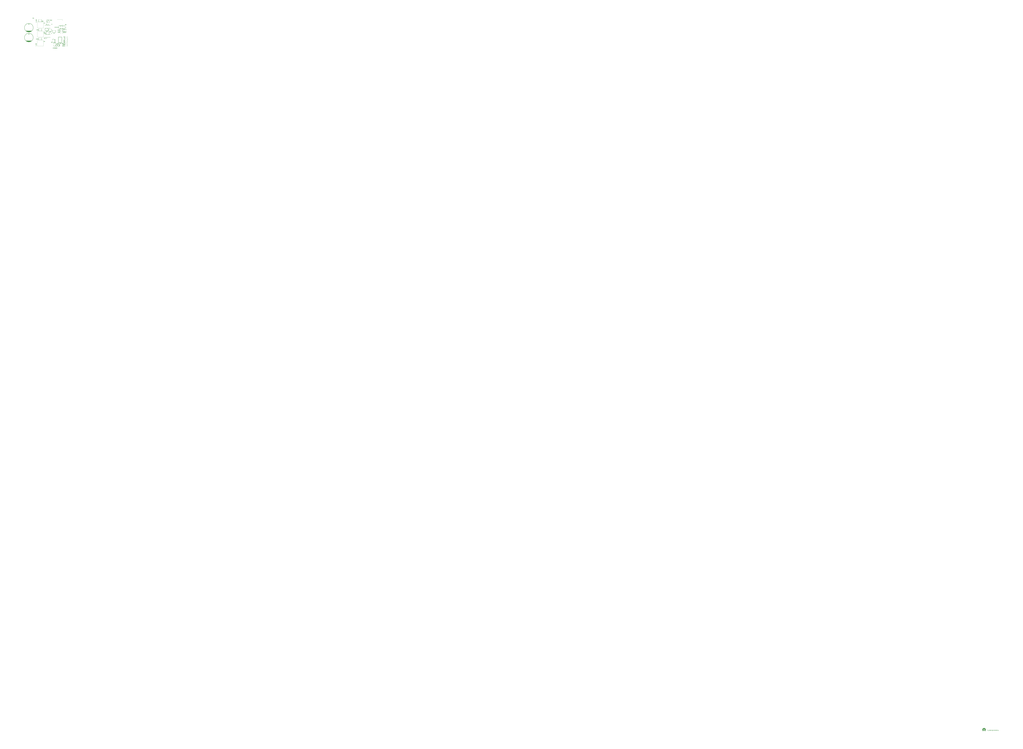
<source format=gto>
G04 Layer: TopSilkLayer*
G04 EasyEDA v5.9.41, Mon, 04 Feb 2019 09:10:30 GMT*
G04 f7da754788ad4d128d84d1fb51d08027*
G04 Gerber Generator version 0.2*
G04 Scale: 100 percent, Rotated: No, Reflected: No *
G04 Dimensions in millimeters *
G04 leading zeros omitted , absolute positions ,3 integer and 3 decimal *
%FSLAX33Y33*%
%MOMM*%
G90*
G71D02*

%ADD10C,0.200000*%
%ADD19C,0.050000*%
%ADD42C,0.127000*%
%ADD43C,0.199898*%
%ADD44C,0.101600*%
%ADD45C,0.254000*%
%ADD46C,0.119990*%
%ADD47C,0.150012*%
%ADD48C,0.210007*%

%LPD*%

%LPD*%
G36*
G01X1089035Y-779355D02*
G01X1089027Y-779396D01*
G01X1089013Y-779465D01*
G01X1088996Y-779553D01*
G01X1088978Y-779649D01*
G01X1088933Y-779887D01*
G01X1088759Y-779961D01*
G01X1088688Y-779989D01*
G01X1088624Y-780013D01*
G01X1088574Y-780029D01*
G01X1088545Y-780034D01*
G01X1088512Y-780022D01*
G01X1088452Y-779990D01*
G01X1088372Y-779941D01*
G01X1088283Y-779882D01*
G01X1088195Y-779823D01*
G01X1088119Y-779774D01*
G01X1088065Y-779742D01*
G01X1088039Y-779730D01*
G01X1088013Y-779746D01*
G01X1087963Y-779791D01*
G01X1087896Y-779854D01*
G01X1087821Y-779927D01*
G01X1087748Y-780001D01*
G01X1087685Y-780068D01*
G01X1087641Y-780118D01*
G01X1087624Y-780144D01*
G01X1087636Y-780169D01*
G01X1087669Y-780224D01*
G01X1087718Y-780300D01*
G01X1087777Y-780390D01*
G01X1087836Y-780480D01*
G01X1087884Y-780557D01*
G01X1087917Y-780614D01*
G01X1087929Y-780642D01*
G01X1087922Y-780669D01*
G01X1087902Y-780719D01*
G01X1087874Y-780785D01*
G01X1087842Y-780858D01*
G01X1087808Y-780930D01*
G01X1087778Y-780991D01*
G01X1087755Y-781034D01*
G01X1087743Y-781050D01*
G01X1087720Y-781054D01*
G01X1087670Y-781062D01*
G01X1087599Y-781075D01*
G01X1087518Y-781089D01*
G01X1087433Y-781105D01*
G01X1087355Y-781120D01*
G01X1087291Y-781132D01*
G01X1087250Y-781140D01*
G01X1087218Y-781154D01*
G01X1087200Y-781193D01*
G01X1087194Y-781284D01*
G01X1087193Y-781456D01*
G01X1087194Y-781616D01*
G01X1087200Y-781709D01*
G01X1087214Y-781755D01*
G01X1087237Y-781771D01*
G01X1087273Y-781780D01*
G01X1087337Y-781793D01*
G01X1087421Y-781809D01*
G01X1087515Y-781826D01*
G01X1087748Y-781868D01*
G01X1087836Y-782087D01*
G01X1087923Y-782306D01*
G01X1087774Y-782528D01*
G01X1087716Y-782616D01*
G01X1087668Y-782691D01*
G01X1087636Y-782745D01*
G01X1087624Y-782771D01*
G01X1087641Y-782797D01*
G01X1087686Y-782847D01*
G01X1087749Y-782914D01*
G01X1087822Y-782988D01*
G01X1087897Y-783061D01*
G01X1087964Y-783123D01*
G01X1088015Y-783167D01*
G01X1088041Y-783184D01*
G01X1088067Y-783173D01*
G01X1088119Y-783142D01*
G01X1088192Y-783096D01*
G01X1088276Y-783039D01*
G01X1088489Y-782895D01*
G01X1088606Y-782952D01*
G01X1088652Y-782973D01*
G01X1088690Y-782990D01*
G01X1088717Y-782999D01*
G01X1088728Y-783001D01*
G01X1088734Y-782990D01*
G01X1088746Y-782960D01*
G01X1088766Y-782915D01*
G01X1088791Y-782855D01*
G01X1088821Y-782783D01*
G01X1088856Y-782700D01*
G01X1088893Y-782610D01*
G01X1088934Y-782513D01*
G01X1089133Y-782033D01*
G01X1089072Y-781993D01*
G01X1089020Y-781956D01*
G01X1088974Y-781920D01*
G01X1088932Y-781882D01*
G01X1088896Y-781844D01*
G01X1088865Y-781804D01*
G01X1088838Y-781763D01*
G01X1088816Y-781720D01*
G01X1088798Y-781675D01*
G01X1088784Y-781627D01*
G01X1088775Y-781577D01*
G01X1088770Y-781524D01*
G01X1088768Y-781468D01*
G01X1088771Y-781405D01*
G01X1088780Y-781345D01*
G01X1088793Y-781287D01*
G01X1088812Y-781231D01*
G01X1088836Y-781179D01*
G01X1088864Y-781130D01*
G01X1088896Y-781085D01*
G01X1088933Y-781043D01*
G01X1088973Y-781006D01*
G01X1089017Y-780972D01*
G01X1089064Y-780943D01*
G01X1089115Y-780919D01*
G01X1089168Y-780899D01*
G01X1089224Y-780885D01*
G01X1089283Y-780876D01*
G01X1089344Y-780873D01*
G01X1089407Y-780876D01*
G01X1089468Y-780884D01*
G01X1089526Y-780898D01*
G01X1089582Y-780916D01*
G01X1089634Y-780940D01*
G01X1089683Y-780969D01*
G01X1089728Y-781002D01*
G01X1089769Y-781039D01*
G01X1089806Y-781081D01*
G01X1089839Y-781126D01*
G01X1089868Y-781175D01*
G01X1089892Y-781227D01*
G01X1089911Y-781283D01*
G01X1089925Y-781341D01*
G01X1089933Y-781403D01*
G01X1089936Y-781466D01*
G01X1089934Y-781523D01*
G01X1089928Y-781576D01*
G01X1089919Y-781627D01*
G01X1089905Y-781674D01*
G01X1089888Y-781720D01*
G01X1089865Y-781763D01*
G01X1089839Y-781804D01*
G01X1089807Y-781844D01*
G01X1089771Y-781882D01*
G01X1089730Y-781920D01*
G01X1089683Y-781956D01*
G01X1089632Y-781992D01*
G01X1089571Y-782032D01*
G01X1089769Y-782513D01*
G01X1089809Y-782610D01*
G01X1089847Y-782700D01*
G01X1089881Y-782782D01*
G01X1089911Y-782855D01*
G01X1089936Y-782914D01*
G01X1089956Y-782960D01*
G01X1089969Y-782990D01*
G01X1089974Y-783001D01*
G01X1089986Y-782999D01*
G01X1090013Y-782990D01*
G01X1090052Y-782973D01*
G01X1090097Y-782952D01*
G01X1090214Y-782895D01*
G01X1090427Y-783039D01*
G01X1090512Y-783096D01*
G01X1090584Y-783142D01*
G01X1090637Y-783173D01*
G01X1090663Y-783184D01*
G01X1090689Y-783167D01*
G01X1090740Y-783123D01*
G01X1090807Y-783060D01*
G01X1090881Y-782987D01*
G01X1090955Y-782913D01*
G01X1091018Y-782846D01*
G01X1091062Y-782796D01*
G01X1091079Y-782770D01*
G01X1091067Y-782745D01*
G01X1091035Y-782691D01*
G01X1090987Y-782616D01*
G01X1090929Y-782528D01*
G01X1090780Y-782306D01*
G01X1090868Y-782087D01*
G01X1090955Y-781868D01*
G01X1091189Y-781826D01*
G01X1091283Y-781809D01*
G01X1091366Y-781793D01*
G01X1091431Y-781780D01*
G01X1091466Y-781771D01*
G01X1091490Y-781755D01*
G01X1091503Y-781709D01*
G01X1091509Y-781616D01*
G01X1091511Y-781456D01*
G01X1091510Y-781284D01*
G01X1091503Y-781193D01*
G01X1091486Y-781154D01*
G01X1091454Y-781140D01*
G01X1091412Y-781132D01*
G01X1091348Y-781120D01*
G01X1091270Y-781105D01*
G01X1091186Y-781089D01*
G01X1091104Y-781075D01*
G01X1091034Y-781062D01*
G01X1090983Y-781054D01*
G01X1090960Y-781050D01*
G01X1090948Y-781034D01*
G01X1090925Y-780991D01*
G01X1090895Y-780930D01*
G01X1090862Y-780858D01*
G01X1090829Y-780785D01*
G01X1090801Y-780719D01*
G01X1090781Y-780669D01*
G01X1090774Y-780642D01*
G01X1090786Y-780614D01*
G01X1090819Y-780557D01*
G01X1090867Y-780480D01*
G01X1090926Y-780390D01*
G01X1090986Y-780300D01*
G01X1091034Y-780224D01*
G01X1091067Y-780169D01*
G01X1091079Y-780143D01*
G01X1091062Y-780117D01*
G01X1091018Y-780067D01*
G01X1090955Y-780000D01*
G01X1090881Y-779926D01*
G01X1090807Y-779853D01*
G01X1090740Y-779790D01*
G01X1090689Y-779746D01*
G01X1090663Y-779730D01*
G01X1090638Y-779742D01*
G01X1090584Y-779774D01*
G01X1090508Y-779823D01*
G01X1090420Y-779882D01*
G01X1090331Y-779941D01*
G01X1090252Y-779990D01*
G01X1090191Y-780022D01*
G01X1090158Y-780034D01*
G01X1090129Y-780029D01*
G01X1090079Y-780013D01*
G01X1090015Y-779989D01*
G01X1089945Y-779961D01*
G01X1089771Y-779887D01*
G01X1089726Y-779649D01*
G01X1089707Y-779553D01*
G01X1089690Y-779465D01*
G01X1089676Y-779396D01*
G01X1089668Y-779355D01*
G01X1089655Y-779323D01*
G01X1089616Y-779306D01*
G01X1089524Y-779299D01*
G01X1089352Y-779298D01*
G01X1089180Y-779299D01*
G01X1089088Y-779306D01*
G01X1089048Y-779323D01*
G01X1089035Y-779355D01*
G37*

%LPD*%
G54D42*
G01X20840Y10772D02*
G01X14490Y10772D01*
G01X14490Y13820D02*
G01X20840Y13820D01*
G01X20840Y21186D02*
G01X14490Y21186D01*
G01X14490Y24234D02*
G01X20840Y24234D01*
G54D43*
G01X8433Y30685D02*
G01X7114Y30685D01*
G01X7114Y28615D01*
G01X8433Y28615D01*
G01X9565Y30685D02*
G01X10886Y30685D01*
G01X10886Y28615D01*
G01X9565Y28615D01*
G54D44*
G01X12885Y21442D02*
G01X5844Y21442D01*
G01X5844Y28338D01*
G01X12057Y28354D01*
G01X12055Y28354D01*
G01X12911Y21488D02*
G01X12911Y27548D01*
G01X12065Y28348D01*
G54D43*
G01X23218Y6129D02*
G01X23218Y4810D01*
G01X25288Y4810D01*
G01X25288Y6129D01*
G01X23218Y7261D02*
G01X23218Y8582D01*
G01X25288Y8582D01*
G01X25288Y7261D01*
G01X8473Y20269D02*
G01X7155Y20269D01*
G01X7155Y18199D01*
G01X8473Y18199D01*
G01X9606Y20269D02*
G01X10927Y20269D01*
G01X10927Y18199D01*
G01X9606Y18199D01*
G54D44*
G01X12903Y11021D02*
G01X5862Y11021D01*
G01X5862Y17917D01*
G01X12075Y17932D01*
G01X12072Y17932D01*
G01X12928Y11066D02*
G01X12928Y17127D01*
G01X12083Y17927D01*
G54D43*
G01X8476Y9900D02*
G01X7158Y9900D01*
G01X7158Y7830D01*
G01X8476Y7830D01*
G01X9609Y9900D02*
G01X10929Y9900D01*
G01X10929Y7830D01*
G01X9609Y7830D01*
G54D44*
G01X12903Y734D02*
G01X5862Y734D01*
G01X5862Y7630D01*
G01X12075Y7645D01*
G01X12072Y7645D01*
G01X12928Y779D02*
G01X12928Y6840D01*
G01X12083Y7640D01*
G54D43*
G01X32883Y20139D02*
G01X31564Y20139D01*
G01X31564Y18069D01*
G01X32883Y18069D01*
G01X34015Y20139D02*
G01X35336Y20139D01*
G01X35336Y18069D01*
G01X34015Y18069D01*
G01X32883Y17838D02*
G01X31564Y17838D01*
G01X31564Y15768D01*
G01X32883Y15768D01*
G01X34015Y17838D02*
G01X35336Y17838D01*
G01X35336Y15768D01*
G01X34015Y15768D01*
G01X35222Y21628D02*
G01X35222Y20309D01*
G01X37292Y20309D01*
G01X37292Y21628D01*
G01X35222Y22760D02*
G01X35222Y24081D01*
G01X37292Y24081D01*
G01X37292Y22760D01*
G54D10*
G01X38956Y18204D02*
G01X38956Y17101D01*
G01X37356Y17101D01*
G01X37356Y18204D01*
G01X38956Y19001D02*
G01X38956Y20104D01*
G01X37955Y20104D01*
G01X37356Y20104D01*
G01X37356Y19001D01*
G01X37152Y18204D02*
G01X37152Y17101D01*
G01X35552Y17101D01*
G01X35552Y18204D01*
G01X37152Y19001D02*
G01X37152Y20104D01*
G01X36152Y20104D01*
G01X35552Y20104D01*
G01X35552Y19001D01*
G54D43*
G01X26794Y2972D02*
G01X26794Y4290D01*
G01X24724Y4290D01*
G01X24724Y2972D01*
G01X26794Y1839D02*
G01X26794Y519D01*
G01X24724Y519D01*
G01X24724Y1839D01*
G54D45*
G01X28729Y2617D02*
G01X27180Y2617D01*
G01X27180Y585D01*
G01X28729Y585D01*
G01X29516Y2642D02*
G01X30990Y2642D01*
G01X31396Y2236D01*
G01X31396Y966D01*
G01X31015Y585D01*
G01X29491Y585D01*
G01X28955Y2101D02*
G01X28955Y1101D01*
G01X28955Y1101D01*
G01X29455Y1601D01*
G01X29455Y1601D01*
G01X28955Y2101D01*
G01X31155Y2401D02*
G01X31155Y801D01*
G54D43*
G01X17185Y16436D02*
G01X15867Y16436D01*
G01X15867Y14366D01*
G01X17185Y14366D01*
G01X18318Y16436D02*
G01X19639Y16436D01*
G01X19639Y14366D01*
G01X18318Y14366D01*
G54D45*
G01X33828Y11036D02*
G01X33828Y4434D01*
G01X29941Y11036D02*
G01X29941Y4406D01*
G01X33828Y11036D02*
G01X29941Y11036D01*
G01X33828Y4406D02*
G01X32456Y4406D01*
G01X31338Y4406D02*
G01X29941Y4406D01*
G54D43*
G01X19985Y19837D02*
G01X18666Y19837D01*
G01X18666Y17767D01*
G01X19985Y17767D01*
G01X21117Y19837D02*
G01X22438Y19837D01*
G01X22438Y17767D01*
G01X21117Y17767D01*
G54D45*
G01X-3842Y14973D02*
G01X-3842Y13957D01*
G01X-3080Y14465D02*
G01X-4604Y14465D01*
G01X-3842Y26273D02*
G01X-3842Y25257D01*
G01X-3080Y25765D02*
G01X-4604Y25765D01*
G54D43*
G01X15984Y20538D02*
G01X14666Y20538D01*
G01X14666Y18468D01*
G01X15984Y18468D01*
G01X17117Y20538D02*
G01X18438Y20538D01*
G01X18438Y18468D01*
G01X17117Y18468D01*
G54D46*
G01X30757Y24290D02*
G01X34516Y24290D01*
G01X34516Y25552D01*
G01X28506Y31112D02*
G01X34516Y31112D01*
G01X34516Y29850D01*
G54D43*
G01X32923Y21630D02*
G01X32923Y20309D01*
G01X34993Y20309D01*
G01X34993Y21630D01*
G01X32923Y22760D02*
G01X32923Y24081D01*
G01X34993Y24081D01*
G01X34993Y22760D01*
G01X30622Y21630D02*
G01X30622Y20309D01*
G01X32692Y20309D01*
G01X32692Y21630D01*
G01X30622Y22760D02*
G01X30622Y24081D01*
G01X32692Y24081D01*
G01X32692Y22760D01*
G01X25527Y16365D02*
G01X26845Y16365D01*
G01X26845Y18435D01*
G01X25527Y18435D01*
G01X24394Y16365D02*
G01X23073Y16365D01*
G01X23073Y18435D01*
G01X24394Y18435D01*
G54D47*
G01X35974Y11602D02*
G01X36321Y11602D01*
G01X36131Y11348D01*
G01X36228Y11348D01*
G01X36291Y11315D01*
G01X36321Y11284D01*
G01X36355Y11188D01*
G01X36355Y11124D01*
G01X36321Y11030D01*
G01X36258Y10967D01*
G01X36164Y10934D01*
G01X36067Y10934D01*
G01X35974Y10967D01*
G01X35940Y10997D01*
G01X35907Y11061D01*
G01X36565Y11602D02*
G01X36819Y10934D01*
G01X37073Y11602D02*
G01X36819Y10934D01*
G01X37348Y11602D02*
G01X37696Y11602D01*
G01X37505Y11348D01*
G01X37602Y11348D01*
G01X37665Y11315D01*
G01X37696Y11284D01*
G01X37729Y11188D01*
G01X37729Y11124D01*
G01X37696Y11030D01*
G01X37632Y10967D01*
G01X37538Y10934D01*
G01X37442Y10934D01*
G01X37348Y10967D01*
G01X37315Y10997D01*
G01X37284Y11061D01*
G01X36626Y10284D02*
G01X36626Y9616D01*
G01X36626Y10284D02*
G01X36913Y10284D01*
G01X37010Y10251D01*
G01X37040Y10220D01*
G01X37073Y10157D01*
G01X37073Y10093D01*
G01X37040Y10030D01*
G01X37010Y9997D01*
G01X36913Y9966D01*
G01X36626Y9966D01*
G01X36850Y9966D02*
G01X37073Y9616D01*
G01X37282Y10284D02*
G01X37729Y9616D01*
G01X37729Y10284D02*
G01X37282Y9616D01*
G01X36850Y8983D02*
G01X36850Y8315D01*
G01X36626Y8983D02*
G01X37073Y8983D01*
G01X37282Y8983D02*
G01X37729Y8315D01*
G01X37729Y8983D02*
G01X37282Y8315D01*
G01X36451Y7589D02*
G01X36388Y7653D01*
G01X36291Y7683D01*
G01X36164Y7683D01*
G01X36068Y7653D01*
G01X36004Y7589D01*
G01X36004Y7526D01*
G01X36037Y7462D01*
G01X36068Y7429D01*
G01X36131Y7396D01*
G01X36324Y7332D01*
G01X36388Y7302D01*
G01X36418Y7269D01*
G01X36451Y7205D01*
G01X36451Y7112D01*
G01X36388Y7048D01*
G01X36291Y7015D01*
G01X36164Y7015D01*
G01X36068Y7048D01*
G01X36004Y7112D01*
G01X37137Y7526D02*
G01X37106Y7589D01*
G01X37043Y7653D01*
G01X36979Y7683D01*
G01X36852Y7683D01*
G01X36789Y7653D01*
G01X36723Y7589D01*
G01X36692Y7526D01*
G01X36659Y7429D01*
G01X36659Y7269D01*
G01X36692Y7175D01*
G01X36723Y7112D01*
G01X36789Y7048D01*
G01X36852Y7015D01*
G01X36979Y7015D01*
G01X37043Y7048D01*
G01X37106Y7112D01*
G01X37137Y7175D01*
G01X37348Y7683D02*
G01X37348Y7015D01*
G01X37348Y7015D02*
G01X37729Y7015D01*
G01X36354Y6302D02*
G01X36291Y6365D01*
G01X36194Y6396D01*
G01X36067Y6396D01*
G01X35971Y6365D01*
G01X35907Y6302D01*
G01X35907Y6238D01*
G01X35940Y6175D01*
G01X35971Y6142D01*
G01X36034Y6111D01*
G01X36227Y6048D01*
G01X36291Y6015D01*
G01X36321Y5984D01*
G01X36354Y5921D01*
G01X36354Y5824D01*
G01X36291Y5761D01*
G01X36194Y5728D01*
G01X36067Y5728D01*
G01X35971Y5761D01*
G01X35907Y5824D01*
G01X36563Y6396D02*
G01X36563Y5728D01*
G01X36563Y6396D02*
G01X36786Y6396D01*
G01X36883Y6365D01*
G01X36946Y6302D01*
G01X36977Y6238D01*
G01X37010Y6142D01*
G01X37010Y5984D01*
G01X36977Y5888D01*
G01X36946Y5824D01*
G01X36883Y5761D01*
G01X36786Y5728D01*
G01X36563Y5728D01*
G01X37475Y6396D02*
G01X37218Y5728D01*
G01X37475Y6396D02*
G01X37729Y5728D01*
G01X37315Y5951D02*
G01X37632Y5951D01*
G01X36418Y4925D02*
G01X36388Y4988D01*
G01X36324Y5052D01*
G01X36261Y5085D01*
G01X36134Y5085D01*
G01X36068Y5052D01*
G01X36004Y4988D01*
G01X35974Y4925D01*
G01X35941Y4828D01*
G01X35941Y4671D01*
G01X35974Y4574D01*
G01X36004Y4511D01*
G01X36068Y4447D01*
G01X36134Y4417D01*
G01X36261Y4417D01*
G01X36324Y4447D01*
G01X36388Y4511D01*
G01X36418Y4574D01*
G01X36418Y4671D01*
G01X36261Y4671D02*
G01X36418Y4671D01*
G01X36629Y5085D02*
G01X36629Y4417D01*
G01X36629Y5085D02*
G01X37073Y4417D01*
G01X37073Y5085D02*
G01X37073Y4417D01*
G01X37284Y5085D02*
G01X37284Y4417D01*
G01X37284Y5085D02*
G01X37508Y5085D01*
G01X37602Y5052D01*
G01X37665Y4988D01*
G01X37698Y4925D01*
G01X37729Y4828D01*
G01X37729Y4671D01*
G01X37698Y4574D01*
G01X37665Y4511D01*
G01X37602Y4447D01*
G01X37508Y4417D01*
G01X37284Y4417D01*
G01X34068Y3802D02*
G01X34068Y3134D01*
G01X34068Y3802D02*
G01X34355Y3802D01*
G01X34452Y3769D01*
G01X34482Y3738D01*
G01X34515Y3675D01*
G01X34515Y3578D01*
G01X34482Y3515D01*
G01X34452Y3482D01*
G01X34355Y3451D01*
G01X34068Y3451D01*
G01X34724Y3802D02*
G01X34884Y3134D01*
G01X35044Y3802D02*
G01X34884Y3134D01*
G01X35044Y3802D02*
G01X35201Y3134D01*
G01X35361Y3802D02*
G01X35201Y3134D01*
G01X35572Y3802D02*
G01X35572Y3134D01*
G01X35572Y3802D02*
G01X35826Y3134D01*
G01X36080Y3802D02*
G01X35826Y3134D01*
G01X36080Y3802D02*
G01X36080Y3134D01*
G01X36291Y2910D02*
G01X36862Y2910D01*
G01X37073Y3802D02*
G01X37073Y3134D01*
G01X37284Y3802D02*
G01X37284Y3134D01*
G01X37284Y3802D02*
G01X37729Y3134D01*
G01X37729Y3802D02*
G01X37729Y3134D01*
G01X35298Y2508D02*
G01X35234Y2571D01*
G01X35138Y2602D01*
G01X35011Y2602D01*
G01X34914Y2571D01*
G01X34851Y2508D01*
G01X34851Y2444D01*
G01X34884Y2381D01*
G01X34914Y2348D01*
G01X34978Y2317D01*
G01X35171Y2254D01*
G01X35234Y2221D01*
G01X35265Y2190D01*
G01X35298Y2124D01*
G01X35298Y2030D01*
G01X35234Y1967D01*
G01X35138Y1934D01*
G01X35011Y1934D01*
G01X34914Y1967D01*
G01X34851Y2030D01*
G01X35506Y2602D02*
G01X35666Y1934D01*
G01X35826Y2602D02*
G01X35666Y1934D01*
G01X35826Y2602D02*
G01X35984Y1934D01*
G01X36144Y2602D02*
G01X35984Y1934D01*
G01X36354Y2602D02*
G01X36354Y1934D01*
G01X36354Y2602D02*
G01X36575Y2602D01*
G01X36672Y2571D01*
G01X36735Y2508D01*
G01X36766Y2444D01*
G01X36799Y2348D01*
G01X36799Y2190D01*
G01X36766Y2094D01*
G01X36735Y2030D01*
G01X36672Y1967D01*
G01X36575Y1934D01*
G01X36354Y1934D01*
G01X37010Y2602D02*
G01X37010Y1934D01*
G01X37411Y2602D02*
G01X37345Y2571D01*
G01X37282Y2508D01*
G01X37251Y2444D01*
G01X37218Y2348D01*
G01X37218Y2190D01*
G01X37251Y2094D01*
G01X37282Y2030D01*
G01X37345Y1967D01*
G01X37411Y1934D01*
G01X37538Y1934D01*
G01X37602Y1967D01*
G01X37665Y2030D01*
G01X37696Y2094D01*
G01X37729Y2190D01*
G01X37729Y2348D01*
G01X37696Y2444D01*
G01X37665Y2508D01*
G01X37602Y2571D01*
G01X37538Y2602D01*
G01X37411Y2602D01*
G01X34947Y1088D02*
G01X34884Y1151D01*
G01X34790Y1182D01*
G01X34663Y1182D01*
G01X34566Y1151D01*
G01X34503Y1088D01*
G01X34503Y1024D01*
G01X34536Y958D01*
G01X34566Y928D01*
G01X34630Y895D01*
G01X34820Y831D01*
G01X34884Y801D01*
G01X34917Y768D01*
G01X34947Y704D01*
G01X34947Y610D01*
G01X34884Y547D01*
G01X34790Y514D01*
G01X34663Y514D01*
G01X34566Y547D01*
G01X34503Y610D01*
G01X35158Y1182D02*
G01X35318Y514D01*
G01X35476Y1182D02*
G01X35318Y514D01*
G01X35476Y1182D02*
G01X35636Y514D01*
G01X35796Y1182D02*
G01X35636Y514D01*
G01X36481Y1024D02*
G01X36451Y1088D01*
G01X36387Y1151D01*
G01X36324Y1182D01*
G01X36194Y1182D01*
G01X36131Y1151D01*
G01X36067Y1088D01*
G01X36037Y1024D01*
G01X36004Y928D01*
G01X36004Y768D01*
G01X36037Y674D01*
G01X36067Y610D01*
G01X36131Y547D01*
G01X36194Y514D01*
G01X36324Y514D01*
G01X36387Y547D01*
G01X36451Y610D01*
G01X36481Y674D01*
G01X36692Y1182D02*
G01X36692Y514D01*
G01X36692Y514D02*
G01X37073Y514D01*
G01X37284Y1182D02*
G01X37284Y514D01*
G01X37729Y1182D02*
G01X37284Y737D01*
G01X37442Y895D02*
G01X37729Y514D01*
G01X22155Y26102D02*
G01X22155Y25487D01*
G01X22196Y25365D01*
G01X22277Y25284D01*
G01X22399Y25241D01*
G01X22480Y25241D01*
G01X22605Y25284D01*
G01X22686Y25365D01*
G01X22727Y25487D01*
G01X22727Y26102D01*
G01X21955Y15602D02*
G01X22283Y14743D01*
G01X22611Y15602D02*
G01X22283Y14743D01*
G01X21755Y5494D02*
G01X21961Y4632D01*
G01X22164Y5494D02*
G01X21961Y4632D01*
G01X22164Y5494D02*
G01X22370Y4632D01*
G01X22573Y5494D02*
G01X22370Y4632D01*
G01X5114Y31002D02*
G01X4255Y31002D01*
G01X5114Y31002D02*
G01X5114Y30633D01*
G01X5073Y30512D01*
G01X5033Y30471D01*
G01X4951Y30430D01*
G01X4868Y30430D01*
G01X4786Y30471D01*
G01X4746Y30512D01*
G01X4705Y30633D01*
G01X4705Y31002D02*
G01X4705Y30633D01*
G01X4664Y30512D01*
G01X4624Y30471D01*
G01X4543Y30430D01*
G01X4418Y30430D01*
G01X4337Y30471D01*
G01X4296Y30512D01*
G01X4255Y30633D01*
G01X4255Y31002D01*
G01X5114Y29831D02*
G01X4255Y30158D01*
G01X5114Y29831D02*
G01X4255Y29506D01*
G01X4543Y30037D02*
G01X4543Y29628D01*
G01X5114Y28947D02*
G01X4255Y28947D01*
G01X5114Y29234D02*
G01X5114Y28662D01*
G01X4992Y28022D02*
G01X4255Y28022D01*
G01X4624Y28391D02*
G01X4624Y27657D01*
G01X4914Y3702D02*
G01X4055Y3702D01*
G01X4914Y3702D02*
G01X4914Y3333D01*
G01X4873Y3212D01*
G01X4833Y3171D01*
G01X4749Y3130D01*
G01X4668Y3130D01*
G01X4586Y3171D01*
G01X4546Y3212D01*
G01X4505Y3333D01*
G01X4505Y3702D02*
G01X4505Y3333D01*
G01X4464Y3212D01*
G01X4424Y3171D01*
G01X4340Y3130D01*
G01X4218Y3130D01*
G01X4137Y3171D01*
G01X4096Y3212D01*
G01X4055Y3333D01*
G01X4055Y3702D01*
G01X4914Y2533D02*
G01X4055Y2858D01*
G01X4914Y2533D02*
G01X4055Y2206D01*
G01X4340Y2737D02*
G01X4340Y2328D01*
G01X4914Y1649D02*
G01X4055Y1649D01*
G01X4914Y1934D02*
G01X4914Y1362D01*
G01X4424Y1093D02*
G01X4424Y357D01*
G54D48*
G01X1093353Y-781440D02*
G01X1093353Y-782586D01*
G01X1093353Y-782586D02*
G01X1094009Y-782586D01*
G01X1094423Y-781824D02*
G01X1094750Y-782586D01*
G01X1095078Y-781824D02*
G01X1094750Y-782586D01*
G01X1094641Y-782804D01*
G01X1094532Y-782914D01*
G01X1094423Y-782969D01*
G01X1094367Y-782969D01*
G01X1096038Y-781986D02*
G01X1095982Y-781877D01*
G01X1095820Y-781824D01*
G01X1095655Y-781824D01*
G01X1095492Y-781877D01*
G01X1095436Y-781986D01*
G01X1095492Y-782096D01*
G01X1095601Y-782149D01*
G01X1095873Y-782205D01*
G01X1095982Y-782258D01*
G01X1096038Y-782367D01*
G01X1096038Y-782423D01*
G01X1095982Y-782533D01*
G01X1095820Y-782586D01*
G01X1095655Y-782586D01*
G01X1095492Y-782533D01*
G01X1095436Y-782423D01*
G01X1096396Y-782149D02*
G01X1097052Y-782149D01*
G01X1097052Y-782042D01*
G01X1096996Y-781933D01*
G01X1096942Y-781877D01*
G01X1096833Y-781824D01*
G01X1096671Y-781824D01*
G01X1096561Y-781877D01*
G01X1096452Y-781986D01*
G01X1096396Y-782149D01*
G01X1096396Y-782258D01*
G01X1096452Y-782423D01*
G01X1096561Y-782533D01*
G01X1096671Y-782586D01*
G01X1096833Y-782586D01*
G01X1096942Y-782533D01*
G01X1097052Y-782423D01*
G01X1097412Y-781824D02*
G01X1097412Y-782586D01*
G01X1097412Y-782149D02*
G01X1097466Y-781986D01*
G01X1097575Y-781877D01*
G01X1097684Y-781824D01*
G01X1097849Y-781824D01*
G01X1098863Y-781824D02*
G01X1098863Y-782695D01*
G01X1098807Y-782860D01*
G01X1098753Y-782914D01*
G01X1098644Y-782969D01*
G01X1098482Y-782969D01*
G01X1098372Y-782914D01*
G01X1098863Y-781986D02*
G01X1098753Y-781877D01*
G01X1098644Y-781824D01*
G01X1098482Y-781824D01*
G01X1098372Y-781877D01*
G01X1098263Y-781986D01*
G01X1098207Y-782149D01*
G01X1098207Y-782258D01*
G01X1098263Y-782423D01*
G01X1098372Y-782533D01*
G01X1098482Y-782586D01*
G01X1098644Y-782586D01*
G01X1098753Y-782533D01*
G01X1098863Y-782423D01*
G01X1099223Y-781440D02*
G01X1099277Y-781496D01*
G01X1099332Y-781440D01*
G01X1099277Y-781387D01*
G01X1099223Y-781440D01*
G01X1099277Y-781824D02*
G01X1099277Y-782586D01*
G01X1100346Y-781986D02*
G01X1100237Y-781877D01*
G01X1100127Y-781824D01*
G01X1099965Y-781824D01*
G01X1099856Y-781877D01*
G01X1099746Y-781986D01*
G01X1099691Y-782149D01*
G01X1099691Y-782258D01*
G01X1099746Y-782423D01*
G01X1099856Y-782533D01*
G01X1099965Y-782586D01*
G01X1100127Y-782586D01*
G01X1100237Y-782533D01*
G01X1100346Y-782423D01*
G01X1100707Y-782149D02*
G01X1101359Y-782149D01*
G01X1101359Y-782042D01*
G01X1101306Y-781933D01*
G01X1101253Y-781877D01*
G01X1101143Y-781824D01*
G01X1100978Y-781824D01*
G01X1100869Y-781877D01*
G01X1100760Y-781986D01*
G01X1100707Y-782149D01*
G01X1100707Y-782258D01*
G01X1100760Y-782423D01*
G01X1100869Y-782533D01*
G01X1100978Y-782586D01*
G01X1101143Y-782586D01*
G01X1101253Y-782533D01*
G01X1101359Y-782423D01*
G01X1101720Y-781824D02*
G01X1101720Y-782586D01*
G01X1101720Y-782042D02*
G01X1101885Y-781877D01*
G01X1101994Y-781824D01*
G01X1102157Y-781824D01*
G01X1102266Y-781877D01*
G01X1102319Y-782042D01*
G01X1102319Y-782586D01*
G01X1102680Y-782149D02*
G01X1103335Y-782149D01*
G01X1103335Y-782042D01*
G01X1103280Y-781933D01*
G01X1103226Y-781877D01*
G01X1103117Y-781824D01*
G01X1102954Y-781824D01*
G01X1102845Y-781877D01*
G01X1102736Y-781986D01*
G01X1102680Y-782149D01*
G01X1102680Y-782258D01*
G01X1102736Y-782423D01*
G01X1102845Y-782533D01*
G01X1102954Y-782586D01*
G01X1103117Y-782586D01*
G01X1103226Y-782533D01*
G01X1103335Y-782423D01*
G01X1103696Y-781824D02*
G01X1103696Y-782586D01*
G01X1103696Y-782042D02*
G01X1103859Y-781877D01*
G01X1103968Y-781824D01*
G01X1104130Y-781824D01*
G01X1104240Y-781877D01*
G01X1104296Y-782042D01*
G01X1104296Y-782586D01*
G01X1104296Y-782042D02*
G01X1104458Y-781877D01*
G01X1104567Y-781824D01*
G01X1104732Y-781824D01*
G01X1104842Y-781877D01*
G01X1104895Y-782042D01*
G01X1104895Y-782586D01*
G01X1105309Y-781824D02*
G01X1105637Y-782586D01*
G01X1105964Y-781824D02*
G01X1105637Y-782586D01*
G01X1105527Y-782804D01*
G01X1105418Y-782914D01*
G01X1105309Y-782969D01*
G01X1105256Y-782969D01*
G54D47*
G01X16846Y30293D02*
G01X16764Y30377D01*
G01X16683Y30417D01*
G01X16559Y30417D01*
G01X16477Y30377D01*
G01X16396Y30293D01*
G01X16355Y30171D01*
G01X16355Y30090D01*
G01X16396Y29965D01*
G01X16477Y29884D01*
G01X16559Y29843D01*
G01X16683Y29843D01*
G01X16764Y29884D01*
G01X16846Y29965D01*
G01X17117Y30702D02*
G01X17117Y29843D01*
G01X17117Y30702D02*
G01X17648Y30702D01*
G01X17117Y30293D02*
G01X17442Y30293D01*
G01X18164Y30702D02*
G01X18083Y30661D01*
G01X17999Y30580D01*
G01X17958Y30498D01*
G01X17917Y30377D01*
G01X17917Y30171D01*
G01X17958Y30049D01*
G01X17999Y29965D01*
G01X18083Y29884D01*
G01X18164Y29843D01*
G01X18326Y29843D01*
G01X18408Y29884D01*
G01X18492Y29965D01*
G01X18532Y30049D01*
G01X18573Y30171D01*
G01X18573Y30377D01*
G01X18532Y30498D01*
G01X18492Y30580D01*
G01X18408Y30661D01*
G01X18326Y30702D01*
G01X18164Y30702D01*
G01X19457Y30498D02*
G01X19416Y30580D01*
G01X19332Y30661D01*
G01X19251Y30702D01*
G01X19088Y30702D01*
G01X19007Y30661D01*
G01X18923Y30580D01*
G01X18883Y30498D01*
G01X18842Y30377D01*
G01X18842Y30171D01*
G01X18883Y30049D01*
G01X18923Y29965D01*
G01X19007Y29884D01*
G01X19088Y29843D01*
G01X19251Y29843D01*
G01X19332Y29884D01*
G01X19416Y29965D01*
G01X19457Y30049D01*
G01X20356Y30702D02*
G01X20356Y29843D01*
G01X20356Y30702D02*
G01X20887Y30702D01*
G01X20356Y30293D02*
G01X20684Y30293D01*
G01X20356Y29843D02*
G01X20887Y29843D01*
G01X21730Y30580D02*
G01X21649Y30661D01*
G01X21527Y30702D01*
G01X21362Y30702D01*
G01X21240Y30661D01*
G01X21159Y30580D01*
G01X21159Y30498D01*
G01X21199Y30417D01*
G01X21240Y30377D01*
G01X21321Y30333D01*
G01X21567Y30252D01*
G01X21649Y30211D01*
G01X21689Y30171D01*
G01X21730Y30090D01*
G01X21730Y29965D01*
G01X21649Y29884D01*
G01X21527Y29843D01*
G01X21362Y29843D01*
G01X21240Y29884D01*
G01X21159Y29965D01*
G01X22614Y30498D02*
G01X22573Y30580D01*
G01X22492Y30661D01*
G01X22411Y30702D01*
G01X22246Y30702D01*
G01X22164Y30661D01*
G01X22083Y30580D01*
G01X22042Y30498D01*
G01X22002Y30377D01*
G01X22002Y30171D01*
G01X22042Y30049D01*
G01X22083Y29965D01*
G01X22164Y29884D01*
G01X22246Y29843D01*
G01X22411Y29843D01*
G01X22492Y29884D01*
G01X22573Y29965D01*
G01X22614Y30049D01*
G01X16355Y28787D02*
G01X16355Y27928D01*
G01X16355Y28787D02*
G01X16724Y28787D01*
G01X16846Y28746D01*
G01X16886Y28705D01*
G01X16927Y28624D01*
G01X16927Y28540D01*
G01X16886Y28459D01*
G01X16846Y28418D01*
G01X16724Y28378D01*
G01X16355Y28378D01*
G01X16642Y28378D02*
G01X16927Y27928D01*
G01X17199Y28256D02*
G01X17689Y28256D01*
G01X17689Y28337D01*
G01X17648Y28418D01*
G01X17608Y28459D01*
G01X17526Y28500D01*
G01X17402Y28500D01*
G01X17321Y28459D01*
G01X17239Y28378D01*
G01X17199Y28256D01*
G01X17199Y28172D01*
G01X17239Y28050D01*
G01X17321Y27969D01*
G01X17402Y27928D01*
G01X17526Y27928D01*
G01X17608Y27969D01*
G01X17689Y28050D01*
G01X17958Y28500D02*
G01X18204Y27928D01*
G01X18451Y28500D02*
G01X18204Y27928D01*
G01X19678Y28787D02*
G01X19350Y27928D01*
G01X19678Y28787D02*
G01X20005Y27928D01*
G01X19472Y28215D02*
G01X19881Y28215D01*
G01X14168Y9899D02*
G01X14127Y9980D01*
G01X14046Y10061D01*
G01X13964Y10102D01*
G01X13799Y10102D01*
G01X13718Y10061D01*
G01X13637Y9980D01*
G01X13596Y9899D01*
G01X13555Y9777D01*
G01X13555Y9571D01*
G01X13596Y9449D01*
G01X13637Y9365D01*
G01X13718Y9284D01*
G01X13799Y9243D01*
G01X13964Y9243D01*
G01X14046Y9284D01*
G01X14127Y9365D01*
G01X14168Y9449D01*
G01X15011Y9980D02*
G01X14930Y10061D01*
G01X14808Y10102D01*
G01X14643Y10102D01*
G01X14521Y10061D01*
G01X14439Y9980D01*
G01X14439Y9899D01*
G01X14480Y9817D01*
G01X14521Y9777D01*
G01X14602Y9733D01*
G01X14848Y9652D01*
G01X14930Y9612D01*
G01X14970Y9571D01*
G01X15011Y9490D01*
G01X15011Y9365D01*
G01X14930Y9284D01*
G01X14808Y9243D01*
G01X14643Y9243D01*
G01X14521Y9284D01*
G01X14439Y9365D01*
G01X15280Y8956D02*
G01X16017Y8956D01*
G01X16289Y10102D02*
G01X16616Y9243D01*
G01X16941Y10102D02*
G01X16616Y9243D01*
G01X16370Y25796D02*
G01X16327Y25880D01*
G01X16246Y25961D01*
G01X16164Y26002D01*
G01X16002Y26002D01*
G01X15918Y25961D01*
G01X15837Y25880D01*
G01X15796Y25796D01*
G01X15755Y25674D01*
G01X15755Y25471D01*
G01X15796Y25346D01*
G01X15837Y25265D01*
G01X15918Y25184D01*
G01X16002Y25143D01*
G01X16164Y25143D01*
G01X16246Y25184D01*
G01X16327Y25265D01*
G01X16370Y25346D01*
G01X17211Y25880D02*
G01X17130Y25961D01*
G01X17008Y26002D01*
G01X16843Y26002D01*
G01X16721Y25961D01*
G01X16639Y25880D01*
G01X16639Y25796D01*
G01X16680Y25715D01*
G01X16721Y25674D01*
G01X16802Y25633D01*
G01X17048Y25552D01*
G01X17130Y25511D01*
G01X17170Y25471D01*
G01X17211Y25387D01*
G01X17211Y25265D01*
G01X17130Y25184D01*
G01X17008Y25143D01*
G01X16843Y25143D01*
G01X16721Y25184D01*
G01X16639Y25265D01*
G01X17483Y24856D02*
G01X18219Y24856D01*
G01X18488Y26002D02*
G01X18488Y25387D01*
G01X18529Y25265D01*
G01X18610Y25184D01*
G01X18735Y25143D01*
G01X18816Y25143D01*
G01X18938Y25184D01*
G01X19019Y25265D01*
G01X19060Y25387D01*
G01X19060Y26002D01*
G01X11770Y29299D02*
G01X11730Y29380D01*
G01X11646Y29461D01*
G01X11564Y29502D01*
G01X11402Y29502D01*
G01X11321Y29461D01*
G01X11237Y29380D01*
G01X11196Y29299D01*
G01X11155Y29177D01*
G01X11155Y28971D01*
G01X11196Y28849D01*
G01X11237Y28765D01*
G01X11321Y28684D01*
G01X11402Y28643D01*
G01X11564Y28643D01*
G01X11646Y28684D01*
G01X11730Y28765D01*
G01X11770Y28849D01*
G01X12570Y29217D02*
G01X12530Y29093D01*
G01X12448Y29012D01*
G01X12326Y28971D01*
G01X12286Y28971D01*
G01X12161Y29012D01*
G01X12080Y29093D01*
G01X12039Y29217D01*
G01X12039Y29258D01*
G01X12080Y29380D01*
G01X12161Y29461D01*
G01X12286Y29502D01*
G01X12326Y29502D01*
G01X12448Y29461D01*
G01X12530Y29380D01*
G01X12570Y29217D01*
G01X12570Y29012D01*
G01X12530Y28808D01*
G01X12448Y28684D01*
G01X12326Y28643D01*
G01X12245Y28643D01*
G01X12121Y28684D01*
G01X12080Y28765D01*
G01X13391Y27442D02*
G01X13391Y26827D01*
G01X13431Y26705D01*
G01X13513Y26624D01*
G01X13635Y26583D01*
G01X13718Y26583D01*
G01X13840Y26624D01*
G01X13922Y26705D01*
G01X13962Y26827D01*
G01X13962Y27442D01*
G01X14231Y27279D02*
G01X14315Y27320D01*
G01X14437Y27442D01*
G01X14437Y26583D01*
G01X25755Y7055D02*
G01X26614Y7055D01*
G01X25755Y7055D02*
G01X25755Y7424D01*
G01X25796Y7546D01*
G01X25837Y7586D01*
G01X25918Y7629D01*
G01X25999Y7629D01*
G01X26083Y7586D01*
G01X26124Y7546D01*
G01X26164Y7424D01*
G01X26164Y7055D01*
G01X26164Y7342D02*
G01X26614Y7629D01*
G01X25918Y7899D02*
G01X25877Y7980D01*
G01X25755Y8102D01*
G01X26614Y8102D01*
G01X5570Y19499D02*
G01X5529Y19580D01*
G01X5448Y19661D01*
G01X5364Y19702D01*
G01X5202Y19702D01*
G01X5121Y19661D01*
G01X5039Y19580D01*
G01X4999Y19499D01*
G01X4955Y19377D01*
G01X4955Y19171D01*
G01X4999Y19049D01*
G01X5039Y18968D01*
G01X5121Y18884D01*
G01X5202Y18843D01*
G01X5364Y18843D01*
G01X5448Y18884D01*
G01X5529Y18968D01*
G01X5570Y19049D01*
G01X5839Y19539D02*
G01X5921Y19580D01*
G01X6045Y19702D01*
G01X6045Y18843D01*
G01X6805Y19702D02*
G01X6396Y19702D01*
G01X6355Y19336D01*
G01X6396Y19377D01*
G01X6520Y19417D01*
G01X6642Y19417D01*
G01X6764Y19377D01*
G01X6845Y19293D01*
G01X6888Y19171D01*
G01X6888Y19090D01*
G01X6845Y18968D01*
G01X6764Y18884D01*
G01X6642Y18843D01*
G01X6520Y18843D01*
G01X6396Y18884D01*
G01X6355Y18925D01*
G01X6314Y19008D01*
G01X13255Y17002D02*
G01X13255Y16390D01*
G01X13299Y16268D01*
G01X13380Y16184D01*
G01X13502Y16143D01*
G01X13583Y16143D01*
G01X13708Y16184D01*
G01X13789Y16268D01*
G01X13830Y16390D01*
G01X13830Y17002D01*
G01X14180Y17002D02*
G01X14632Y17002D01*
G01X14386Y16677D01*
G01X14508Y16677D01*
G01X14589Y16636D01*
G01X14632Y16593D01*
G01X14673Y16471D01*
G01X14673Y16390D01*
G01X14632Y16268D01*
G01X14548Y16184D01*
G01X14426Y16143D01*
G01X14305Y16143D01*
G01X14180Y16184D01*
G01X14139Y16225D01*
G01X14099Y16308D01*
G01X5170Y8999D02*
G01X5130Y9080D01*
G01X5046Y9161D01*
G01X4964Y9202D01*
G01X4802Y9202D01*
G01X4721Y9161D01*
G01X4637Y9080D01*
G01X4596Y8999D01*
G01X4555Y8874D01*
G01X4555Y8671D01*
G01X4596Y8546D01*
G01X4637Y8465D01*
G01X4721Y8384D01*
G01X4802Y8343D01*
G01X4964Y8343D01*
G01X5046Y8384D01*
G01X5130Y8465D01*
G01X5170Y8546D01*
G01X5480Y8999D02*
G01X5480Y9039D01*
G01X5521Y9120D01*
G01X5561Y9161D01*
G01X5645Y9202D01*
G01X5808Y9202D01*
G01X5889Y9161D01*
G01X5930Y9120D01*
G01X5970Y9039D01*
G01X5970Y8958D01*
G01X5930Y8874D01*
G01X5848Y8752D01*
G01X5439Y8343D01*
G01X6013Y8343D01*
G01X6529Y9202D02*
G01X6405Y9161D01*
G01X6323Y9039D01*
G01X6283Y8833D01*
G01X6283Y8712D01*
G01X6323Y8506D01*
G01X6405Y8384D01*
G01X6529Y8343D01*
G01X6610Y8343D01*
G01X6732Y8384D01*
G01X6814Y8506D01*
G01X6854Y8712D01*
G01X6854Y8833D01*
G01X6814Y9039D01*
G01X6732Y9161D01*
G01X6610Y9202D01*
G01X6529Y9202D01*
G01X13154Y6433D02*
G01X13154Y5821D01*
G01X13195Y5697D01*
G01X13276Y5615D01*
G01X13398Y5575D01*
G01X13482Y5575D01*
G01X13604Y5615D01*
G01X13685Y5697D01*
G01X13726Y5821D01*
G01X13726Y6433D01*
G01X14407Y6433D02*
G01X13998Y5862D01*
G01X14610Y5862D01*
G01X14407Y6433D02*
G01X14407Y5575D01*
G01X29355Y19302D02*
G01X29355Y18441D01*
G01X29355Y19302D02*
G01X29724Y19302D01*
G01X29848Y19259D01*
G01X29889Y19218D01*
G01X29929Y19137D01*
G01X29929Y19055D01*
G01X29889Y18974D01*
G01X29848Y18933D01*
G01X29724Y18893D01*
G01X29355Y18893D01*
G01X29642Y18893D02*
G01X29929Y18441D01*
G01X30199Y19137D02*
G01X30280Y19177D01*
G01X30404Y19302D01*
G01X30404Y18441D01*
G01X31083Y19302D02*
G01X30674Y18728D01*
G01X31288Y18728D01*
G01X31083Y19302D02*
G01X31083Y18441D01*
G01X29355Y17102D02*
G01X29355Y16243D01*
G01X29355Y17102D02*
G01X29724Y17102D01*
G01X29846Y17061D01*
G01X29886Y17020D01*
G01X29927Y16939D01*
G01X29927Y16858D01*
G01X29886Y16777D01*
G01X29846Y16736D01*
G01X29724Y16693D01*
G01X29355Y16693D01*
G01X29640Y16693D02*
G01X29927Y16243D01*
G01X30196Y16939D02*
G01X30280Y16980D01*
G01X30402Y17102D01*
G01X30402Y16243D01*
G01X30877Y17102D02*
G01X30752Y17061D01*
G01X30712Y16980D01*
G01X30712Y16899D01*
G01X30752Y16817D01*
G01X30836Y16777D01*
G01X30999Y16736D01*
G01X31121Y16693D01*
G01X31204Y16612D01*
G01X31245Y16530D01*
G01X31245Y16408D01*
G01X31204Y16324D01*
G01X31161Y16284D01*
G01X31039Y16243D01*
G01X30877Y16243D01*
G01X30752Y16284D01*
G01X30712Y16324D01*
G01X30671Y16408D01*
G01X30671Y16530D01*
G01X30712Y16612D01*
G01X30796Y16693D01*
G01X30917Y16736D01*
G01X31080Y16777D01*
G01X31161Y16817D01*
G01X31204Y16899D01*
G01X31204Y16980D01*
G01X31161Y17061D01*
G01X31039Y17102D01*
G01X30877Y17102D01*
G01X37655Y22602D02*
G01X37655Y21743D01*
G01X37655Y21743D02*
G01X38146Y21743D01*
G01X38415Y22439D02*
G01X38496Y22480D01*
G01X38621Y22602D01*
G01X38621Y21743D01*
G01X38270Y16496D02*
G01X38229Y16580D01*
G01X38146Y16661D01*
G01X38064Y16702D01*
G01X37902Y16702D01*
G01X37820Y16661D01*
G01X37737Y16580D01*
G01X37696Y16496D01*
G01X37655Y16374D01*
G01X37655Y16171D01*
G01X37696Y16046D01*
G01X37737Y15965D01*
G01X37820Y15884D01*
G01X37902Y15843D01*
G01X38064Y15843D01*
G01X38146Y15884D01*
G01X38229Y15965D01*
G01X38270Y16046D01*
G01X38539Y16539D02*
G01X38621Y16580D01*
G01X38745Y16702D01*
G01X38745Y15843D01*
G01X36370Y16499D02*
G01X36329Y16580D01*
G01X36248Y16661D01*
G01X36164Y16702D01*
G01X36002Y16702D01*
G01X35921Y16661D01*
G01X35839Y16580D01*
G01X35796Y16499D01*
G01X35755Y16377D01*
G01X35755Y16171D01*
G01X35796Y16049D01*
G01X35839Y15965D01*
G01X35921Y15884D01*
G01X36002Y15843D01*
G01X36164Y15843D01*
G01X36248Y15884D01*
G01X36329Y15965D01*
G01X36370Y16049D01*
G01X37130Y16702D02*
G01X36721Y16702D01*
G01X36680Y16333D01*
G01X36721Y16377D01*
G01X36845Y16417D01*
G01X36967Y16417D01*
G01X37089Y16377D01*
G01X37173Y16293D01*
G01X37213Y16171D01*
G01X37213Y16090D01*
G01X37173Y15965D01*
G01X37089Y15884D01*
G01X36967Y15843D01*
G01X36845Y15843D01*
G01X36721Y15884D01*
G01X36680Y15925D01*
G01X36639Y16008D01*
G01X25755Y4646D02*
G01X26616Y4646D01*
G01X25755Y4646D02*
G01X25755Y5012D01*
G01X25799Y5137D01*
G01X25839Y5177D01*
G01X25920Y5218D01*
G01X26002Y5218D01*
G01X26083Y5177D01*
G01X26124Y5137D01*
G01X26164Y5012D01*
G01X26164Y4646D01*
G01X26164Y4931D02*
G01X26616Y5218D01*
G01X25755Y5896D02*
G01X26329Y5487D01*
G01X26329Y6102D01*
G01X25755Y5896D02*
G01X26616Y5896D01*
G01X27755Y3902D02*
G01X27755Y3043D01*
G01X27755Y3043D02*
G01X28246Y3043D01*
G01X28515Y3902D02*
G01X28515Y3043D01*
G01X28515Y3902D02*
G01X29048Y3902D01*
G01X28515Y3493D02*
G01X28843Y3493D01*
G01X28515Y3043D02*
G01X29048Y3043D01*
G01X29318Y3902D02*
G01X29318Y3043D01*
G01X29318Y3902D02*
G01X29605Y3902D01*
G01X29726Y3861D01*
G01X29808Y3780D01*
G01X29848Y3696D01*
G01X29889Y3574D01*
G01X29889Y3371D01*
G01X29848Y3246D01*
G01X29808Y3165D01*
G01X29726Y3084D01*
G01X29605Y3043D01*
G01X29318Y3043D01*
G01X30161Y3739D02*
G01X30242Y3780D01*
G01X30364Y3902D01*
G01X30364Y3043D01*
G01X27754Y-1234D02*
G01X27754Y-2092D01*
G01X27754Y-1234D02*
G01X28123Y-1234D01*
G01X28245Y-1275D01*
G01X28285Y-1315D01*
G01X28326Y-1397D01*
G01X28326Y-1521D01*
G01X28285Y-1602D01*
G01X28245Y-1643D01*
G01X28123Y-1684D01*
G01X27754Y-1684D01*
G01X28598Y-1397D02*
G01X28679Y-1356D01*
G01X28801Y-1234D01*
G01X28801Y-2092D01*
G01X25019Y-1229D02*
G01X25019Y-2087D01*
G01X25019Y-1229D02*
G01X25387Y-1229D01*
G01X25512Y-1270D01*
G01X25552Y-1310D01*
G01X25593Y-1391D01*
G01X25593Y-1513D01*
G01X25552Y-1597D01*
G01X25512Y-1638D01*
G01X25387Y-1678D01*
G01X25019Y-1678D01*
G01X26352Y-1229D02*
G01X25943Y-1229D01*
G01X25903Y-1597D01*
G01X25943Y-1554D01*
G01X26068Y-1513D01*
G01X26190Y-1513D01*
G01X26312Y-1554D01*
G01X26393Y-1638D01*
G01X26436Y-1760D01*
G01X26436Y-1841D01*
G01X26393Y-1965D01*
G01X26312Y-2047D01*
G01X26190Y-2087D01*
G01X26068Y-2087D01*
G01X25943Y-2047D01*
G01X25903Y-2006D01*
G01X25862Y-1922D01*
G01X26355Y-1234D02*
G01X26355Y-2092D01*
G01X26355Y-1234D02*
G01X26723Y-1234D01*
G01X26845Y-1275D01*
G01X26888Y-1315D01*
G01X26929Y-1397D01*
G01X26929Y-1521D01*
G01X26888Y-1602D01*
G01X26845Y-1643D01*
G01X26723Y-1684D01*
G01X26355Y-1684D01*
G01X27404Y-1234D02*
G01X27279Y-1275D01*
G01X27239Y-1356D01*
G01X27239Y-1440D01*
G01X27279Y-1521D01*
G01X27361Y-1562D01*
G01X27526Y-1602D01*
G01X27648Y-1643D01*
G01X27729Y-1724D01*
G01X27770Y-1808D01*
G01X27770Y-1930D01*
G01X27729Y-2011D01*
G01X27688Y-2052D01*
G01X27566Y-2092D01*
G01X27404Y-2092D01*
G01X27279Y-2052D01*
G01X27239Y-2011D01*
G01X27198Y-1930D01*
G01X27198Y-1808D01*
G01X27239Y-1724D01*
G01X27320Y-1643D01*
G01X27444Y-1602D01*
G01X27607Y-1562D01*
G01X27688Y-1521D01*
G01X27729Y-1440D01*
G01X27729Y-1356D01*
G01X27688Y-1275D01*
G01X27566Y-1234D01*
G01X27404Y-1234D01*
G01X556Y32966D02*
G01X556Y32105D01*
G01X556Y32966D02*
G01X924Y32966D01*
G01X1046Y32926D01*
G01X1087Y32882D01*
G01X1128Y32801D01*
G01X1128Y32679D01*
G01X1087Y32598D01*
G01X1046Y32557D01*
G01X924Y32517D01*
G01X556Y32517D01*
G01X1440Y32760D02*
G01X1440Y32801D01*
G01X1481Y32882D01*
G01X1521Y32926D01*
G01X1603Y32966D01*
G01X1765Y32966D01*
G01X1849Y32926D01*
G01X1890Y32882D01*
G01X1930Y32801D01*
G01X1930Y32720D01*
G01X1890Y32639D01*
G01X1808Y32517D01*
G01X1397Y32105D01*
G01X1971Y32105D01*
G01X23756Y-1234D02*
G01X23756Y-2095D01*
G01X23756Y-1234D02*
G01X24122Y-1234D01*
G01X24247Y-1275D01*
G01X24287Y-1318D01*
G01X24328Y-1399D01*
G01X24328Y-1521D01*
G01X24287Y-1602D01*
G01X24247Y-1643D01*
G01X24122Y-1684D01*
G01X23756Y-1684D01*
G01X25171Y-1234D02*
G01X24762Y-2095D01*
G01X24597Y-1234D02*
G01X25171Y-1234D01*
G01X13655Y15602D02*
G01X13655Y14743D01*
G01X13655Y15602D02*
G01X14024Y15602D01*
G01X14146Y15561D01*
G01X14189Y15521D01*
G01X14229Y15439D01*
G01X14229Y15355D01*
G01X14189Y15274D01*
G01X14146Y15233D01*
G01X14024Y15193D01*
G01X13655Y15193D01*
G01X13942Y15193D02*
G01X14229Y14743D01*
G01X14499Y15439D02*
G01X14580Y15480D01*
G01X14704Y15602D01*
G01X14704Y14743D01*
G01X15505Y15315D02*
G01X15464Y15193D01*
G01X15383Y15112D01*
G01X15261Y15071D01*
G01X15218Y15071D01*
G01X15096Y15112D01*
G01X15014Y15193D01*
G01X14974Y15315D01*
G01X14974Y15355D01*
G01X15014Y15480D01*
G01X15096Y15561D01*
G01X15218Y15602D01*
G01X15261Y15602D01*
G01X15383Y15561D01*
G01X15464Y15480D01*
G01X15505Y15315D01*
G01X15505Y15112D01*
G01X15464Y14906D01*
G01X15383Y14784D01*
G01X15261Y14743D01*
G01X15177Y14743D01*
G01X15055Y14784D01*
G01X15014Y14865D01*
G01X31455Y4102D02*
G01X31455Y3490D01*
G01X31496Y3365D01*
G01X31577Y3284D01*
G01X31699Y3243D01*
G01X31780Y3243D01*
G01X31905Y3284D01*
G01X31986Y3365D01*
G01X32027Y3490D01*
G01X32027Y4102D01*
G01X32337Y3899D02*
G01X32337Y3939D01*
G01X32377Y4020D01*
G01X32421Y4061D01*
G01X32502Y4102D01*
G01X32664Y4102D01*
G01X32746Y4061D01*
G01X32789Y4020D01*
G01X32830Y3939D01*
G01X32830Y3858D01*
G01X32789Y3777D01*
G01X32705Y3652D01*
G01X32296Y3243D01*
G01X32870Y3243D01*
G01X20055Y17402D02*
G01X20055Y16541D01*
G01X20055Y17402D02*
G01X20424Y17402D01*
G01X20546Y17361D01*
G01X20589Y17318D01*
G01X20629Y17237D01*
G01X20629Y17155D01*
G01X20589Y17074D01*
G01X20546Y17033D01*
G01X20424Y16993D01*
G01X20055Y16993D01*
G01X20342Y16993D02*
G01X20629Y16541D01*
G01X20980Y17402D02*
G01X21430Y17402D01*
G01X21186Y17074D01*
G01X21308Y17074D01*
G01X21389Y17033D01*
G01X21430Y16993D01*
G01X21470Y16868D01*
G01X21470Y16787D01*
G01X21430Y16665D01*
G01X21348Y16584D01*
G01X21226Y16541D01*
G01X21104Y16541D01*
G01X20980Y16584D01*
G01X20939Y16625D01*
G01X20899Y16706D01*
G01X15855Y18102D02*
G01X15855Y17243D01*
G01X15855Y18102D02*
G01X16224Y18102D01*
G01X16346Y18061D01*
G01X16386Y18020D01*
G01X16430Y17939D01*
G01X16430Y17858D01*
G01X16386Y17777D01*
G01X16346Y17736D01*
G01X16224Y17693D01*
G01X15855Y17693D01*
G01X16143Y17693D02*
G01X16430Y17243D01*
G01X16699Y17939D02*
G01X16780Y17980D01*
G01X16902Y18102D01*
G01X16902Y17243D01*
G01X17664Y17980D02*
G01X17623Y18061D01*
G01X17501Y18102D01*
G01X17418Y18102D01*
G01X17296Y18061D01*
G01X17214Y17939D01*
G01X17174Y17736D01*
G01X17174Y17530D01*
G01X17214Y17368D01*
G01X17296Y17284D01*
G01X17418Y17243D01*
G01X17458Y17243D01*
G01X17583Y17284D01*
G01X17664Y17368D01*
G01X17705Y17490D01*
G01X17705Y17530D01*
G01X17664Y17652D01*
G01X17583Y17736D01*
G01X17458Y17777D01*
G01X17418Y17777D01*
G01X17296Y17736D01*
G01X17214Y17652D01*
G01X17174Y17530D01*
G01X37555Y25602D02*
G01X37555Y24990D01*
G01X37596Y24865D01*
G01X37677Y24784D01*
G01X37802Y24743D01*
G01X37883Y24743D01*
G01X38005Y24784D01*
G01X38086Y24865D01*
G01X38127Y24990D01*
G01X38127Y25602D01*
G01X38889Y25480D02*
G01X38848Y25561D01*
G01X38726Y25602D01*
G01X38642Y25602D01*
G01X38521Y25561D01*
G01X38439Y25439D01*
G01X38399Y25233D01*
G01X38399Y25030D01*
G01X38439Y24865D01*
G01X38521Y24784D01*
G01X38642Y24743D01*
G01X38686Y24743D01*
G01X38808Y24784D01*
G01X38889Y24865D01*
G01X38930Y24990D01*
G01X38930Y25030D01*
G01X38889Y25152D01*
G01X38808Y25233D01*
G01X38686Y25277D01*
G01X38642Y25277D01*
G01X38521Y25233D01*
G01X38439Y25152D01*
G01X38399Y25030D01*
G01X28667Y22399D02*
G01X28627Y22480D01*
G01X28546Y22561D01*
G01X28464Y22602D01*
G01X28299Y22602D01*
G01X28218Y22561D01*
G01X28137Y22480D01*
G01X28096Y22399D01*
G01X28055Y22274D01*
G01X28055Y22071D01*
G01X28096Y21946D01*
G01X28137Y21865D01*
G01X28218Y21784D01*
G01X28299Y21743D01*
G01X28464Y21743D01*
G01X28546Y21784D01*
G01X28627Y21865D01*
G01X28667Y21946D01*
G01X29021Y22602D02*
G01X29470Y22602D01*
G01X29224Y22274D01*
G01X29346Y22274D01*
G01X29429Y22233D01*
G01X29470Y22193D01*
G01X29511Y22071D01*
G01X29511Y21990D01*
G01X29470Y21865D01*
G01X29389Y21784D01*
G01X29264Y21743D01*
G01X29142Y21743D01*
G01X29021Y21784D01*
G01X28977Y21824D01*
G01X28937Y21906D01*
G01X30189Y22602D02*
G01X29780Y22030D01*
G01X30395Y22030D01*
G01X30189Y22602D02*
G01X30189Y21743D01*
G01X26268Y22396D02*
G01X26227Y22480D01*
G01X26146Y22561D01*
G01X26064Y22602D01*
G01X25899Y22602D01*
G01X25818Y22561D01*
G01X25737Y22480D01*
G01X25696Y22396D01*
G01X25655Y22274D01*
G01X25655Y22068D01*
G01X25696Y21946D01*
G01X25737Y21865D01*
G01X25818Y21784D01*
G01X25899Y21743D01*
G01X26064Y21743D01*
G01X26146Y21784D01*
G01X26227Y21865D01*
G01X26268Y21946D01*
G01X26621Y22602D02*
G01X27070Y22602D01*
G01X26824Y22274D01*
G01X26948Y22274D01*
G01X27030Y22233D01*
G01X27070Y22193D01*
G01X27111Y22068D01*
G01X27111Y21987D01*
G01X27070Y21865D01*
G01X26989Y21784D01*
G01X26867Y21743D01*
G01X26743Y21743D01*
G01X26621Y21784D01*
G01X26580Y21825D01*
G01X26539Y21906D01*
G01X27380Y22437D02*
G01X27464Y22480D01*
G01X27586Y22602D01*
G01X27586Y21743D01*
G01X24870Y15796D02*
G01X24829Y15877D01*
G01X24746Y15959D01*
G01X24664Y16002D01*
G01X24502Y16002D01*
G01X24420Y15959D01*
G01X24337Y15877D01*
G01X24296Y15796D01*
G01X24255Y15674D01*
G01X24255Y15468D01*
G01X24296Y15346D01*
G01X24337Y15265D01*
G01X24420Y15181D01*
G01X24502Y15141D01*
G01X24664Y15141D01*
G01X24746Y15181D01*
G01X24829Y15265D01*
G01X24870Y15346D01*
G01X25180Y15796D02*
G01X25180Y15837D01*
G01X25221Y15918D01*
G01X25261Y15959D01*
G01X25345Y16002D01*
G01X25508Y16002D01*
G01X25589Y15959D01*
G01X25630Y15918D01*
G01X25670Y15837D01*
G01X25670Y15755D01*
G01X25630Y15674D01*
G01X25548Y15550D01*
G01X25139Y15141D01*
G01X25711Y15141D01*
G54D19*
G01X39555Y1082D02*
G01X39555Y604D01*
G01X39555Y1082D02*
G01X39761Y1082D01*
G01X39830Y1059D01*
G01X39850Y1036D01*
G01X39873Y993D01*
G01X39873Y924D01*
G01X39850Y878D01*
G01X39830Y855D01*
G01X39761Y833D01*
G01X39555Y833D01*
G01X40068Y1082D02*
G01X40320Y1082D01*
G01X40183Y901D01*
G01X40251Y901D01*
G01X40297Y878D01*
G01X40320Y855D01*
G01X40343Y787D01*
G01X40343Y741D01*
G01X40320Y673D01*
G01X40274Y627D01*
G01X40205Y604D01*
G01X40137Y604D01*
G01X40068Y627D01*
G01X40045Y650D01*
G01X40023Y695D01*
G01X39456Y3683D02*
G01X39456Y3205D01*
G01X39456Y3683D02*
G01X39659Y3683D01*
G01X39728Y3660D01*
G01X39751Y3637D01*
G01X39774Y3591D01*
G01X39774Y3522D01*
G01X39751Y3477D01*
G01X39728Y3456D01*
G01X39659Y3434D01*
G01X39456Y3434D01*
G01X40152Y3683D02*
G01X39924Y3365D01*
G01X40264Y3365D01*
G01X40152Y3683D02*
G01X40152Y3205D01*
G01X39515Y10190D02*
G01X39515Y9712D01*
G01X39515Y10190D02*
G01X39718Y10190D01*
G01X39786Y10167D01*
G01X39809Y10144D01*
G01X39832Y10099D01*
G01X39832Y10033D01*
G01X39809Y9987D01*
G01X39786Y9964D01*
G01X39718Y9941D01*
G01X39515Y9941D01*
G01X40254Y10121D02*
G01X40231Y10167D01*
G01X40165Y10190D01*
G01X40119Y10190D01*
G01X40051Y10167D01*
G01X40005Y10099D01*
G01X39982Y9987D01*
G01X39982Y9872D01*
G01X40005Y9781D01*
G01X40051Y9735D01*
G01X40119Y9712D01*
G01X40142Y9712D01*
G01X40208Y9735D01*
G01X40254Y9781D01*
G01X40277Y9850D01*
G01X40277Y9872D01*
G01X40254Y9941D01*
G01X40208Y9987D01*
G01X40142Y10010D01*
G01X40119Y10010D01*
G01X40051Y9987D01*
G01X40005Y9941D01*
G01X39982Y9872D01*
G01X39657Y7581D02*
G01X39657Y7106D01*
G01X39657Y7581D02*
G01X39860Y7581D01*
G01X39929Y7559D01*
G01X39951Y7538D01*
G01X39974Y7493D01*
G01X39974Y7424D01*
G01X39951Y7378D01*
G01X39929Y7355D01*
G01X39860Y7332D01*
G01X39657Y7332D01*
G01X40419Y7424D02*
G01X40396Y7355D01*
G01X40350Y7310D01*
G01X40284Y7287D01*
G01X40261Y7287D01*
G01X40193Y7310D01*
G01X40147Y7355D01*
G01X40124Y7424D01*
G01X40124Y7447D01*
G01X40147Y7515D01*
G01X40193Y7559D01*
G01X40261Y7581D01*
G01X40284Y7581D01*
G01X40350Y7559D01*
G01X40396Y7515D01*
G01X40419Y7424D01*
G01X40419Y7310D01*
G01X40396Y7195D01*
G01X40350Y7127D01*
G01X40284Y7106D01*
G01X40238Y7106D01*
G01X40170Y7127D01*
G01X40147Y7172D01*
G01X39558Y6281D02*
G01X39558Y5803D01*
G01X39558Y6281D02*
G01X39763Y6281D01*
G01X39832Y6258D01*
G01X39855Y6235D01*
G01X39878Y6189D01*
G01X39878Y6121D01*
G01X39855Y6078D01*
G01X39832Y6055D01*
G01X39763Y6032D01*
G01X39558Y6032D01*
G01X40028Y6189D02*
G01X40071Y6212D01*
G01X40139Y6281D01*
G01X40139Y5803D01*
G01X40426Y6281D02*
G01X40358Y6258D01*
G01X40312Y6189D01*
G01X40289Y6078D01*
G01X40289Y6009D01*
G01X40312Y5895D01*
G01X40358Y5826D01*
G01X40426Y5803D01*
G01X40472Y5803D01*
G01X40541Y5826D01*
G01X40586Y5895D01*
G01X40609Y6009D01*
G01X40609Y6078D01*
G01X40586Y6189D01*
G01X40541Y6258D01*
G01X40472Y6281D01*
G01X40426Y6281D01*
G01X39573Y11437D02*
G01X39573Y10960D01*
G01X39573Y11437D02*
G01X39779Y11437D01*
G01X39845Y11414D01*
G01X39868Y11391D01*
G01X39890Y11346D01*
G01X39890Y11277D01*
G01X39868Y11231D01*
G01X39845Y11209D01*
G01X39779Y11186D01*
G01X39573Y11186D01*
G01X40040Y11346D02*
G01X40086Y11369D01*
G01X40155Y11437D01*
G01X40155Y10960D01*
G01X40305Y11346D02*
G01X40350Y11369D01*
G01X40419Y11437D01*
G01X40419Y10960D01*
G01X39357Y4983D02*
G01X39357Y4505D01*
G01X39357Y4983D02*
G01X39560Y4983D01*
G01X39629Y4960D01*
G01X39652Y4937D01*
G01X39675Y4892D01*
G01X39675Y4823D01*
G01X39652Y4777D01*
G01X39629Y4754D01*
G01X39560Y4732D01*
G01X39357Y4732D01*
G01X39824Y4892D02*
G01X39870Y4914D01*
G01X39939Y4983D01*
G01X39939Y4505D01*
G01X40111Y4869D02*
G01X40111Y4892D01*
G01X40134Y4937D01*
G01X40157Y4960D01*
G01X40203Y4983D01*
G01X40292Y4983D01*
G01X40338Y4960D01*
G01X40360Y4937D01*
G01X40383Y4892D01*
G01X40383Y4846D01*
G01X40360Y4800D01*
G01X40315Y4732D01*
G01X40089Y4505D01*
G01X40406Y4505D01*
G01X39758Y8882D02*
G01X39758Y8404D01*
G01X39758Y8882D02*
G01X39962Y8882D01*
G01X40030Y8859D01*
G01X40053Y8836D01*
G01X40076Y8790D01*
G01X40076Y8724D01*
G01X40053Y8679D01*
G01X40030Y8656D01*
G01X39962Y8633D01*
G01X39758Y8633D01*
G01X40226Y8790D02*
G01X40271Y8813D01*
G01X40340Y8882D01*
G01X40340Y8404D01*
G01X40536Y8882D02*
G01X40785Y8882D01*
G01X40650Y8702D01*
G01X40716Y8702D01*
G01X40762Y8679D01*
G01X40785Y8656D01*
G01X40807Y8587D01*
G01X40807Y8542D01*
G01X40785Y8473D01*
G01X40739Y8427D01*
G01X40673Y8404D01*
G01X40604Y8404D01*
G01X40536Y8427D01*
G01X40513Y8450D01*
G01X40490Y8496D01*
G01X39555Y2352D02*
G01X39555Y1874D01*
G01X39555Y2352D02*
G01X39761Y2352D01*
G01X39827Y2329D01*
G01X39850Y2306D01*
G01X39873Y2260D01*
G01X39873Y2194D01*
G01X39850Y2148D01*
G01X39827Y2125D01*
G01X39761Y2103D01*
G01X39555Y2103D01*
G01X40023Y2260D02*
G01X40068Y2283D01*
G01X40137Y2352D01*
G01X40137Y1874D01*
G01X40515Y2352D02*
G01X40287Y2034D01*
G01X40627Y2034D01*
G01X40515Y2352D02*
G01X40515Y1874D01*
G54D45*
G75*
G01X31340Y4407D02*
G02X32432Y4407I546J0D01*
G01*
G75*
G01X35109Y4267D02*
G03X35109Y4267I-76J0D01*
G01*
G75*
G01X1155Y10402D02*
G03X1155Y10402I-4999J0D01*
G01*
G75*
G01X1157Y21700D02*
G03X1157Y21700I-4999J0D01*
G01*

%LPD*%
G36*
G01X-2320Y5576D02*
G01X-288Y6846D01*
G01X-7400Y6846D01*
G01X-6384Y6084D01*
G01X-4860Y5576D01*
G01X-3336Y5322D01*
G01X-2320Y5576D01*
G37*

%LPD*%
G36*
G01X-2317Y16874D02*
G01X-285Y18144D01*
G01X-7397Y18144D01*
G01X-6381Y17382D01*
G01X-4857Y16874D01*
G01X-3333Y16620D01*
G01X-2317Y16874D01*
G37*
M00*
M02*

</source>
